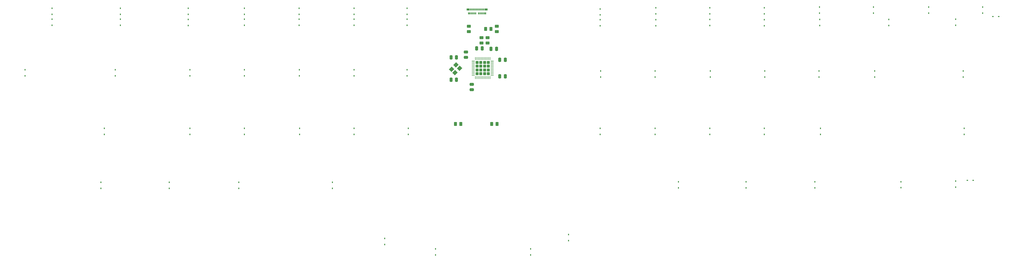
<source format=gbr>
%TF.GenerationSoftware,KiCad,Pcbnew,(6.0.10)*%
%TF.CreationDate,2023-02-07T21:59:56+13:00*%
%TF.ProjectId,orthoCode,6f727468-6f43-46f6-9465-2e6b69636164,rev?*%
%TF.SameCoordinates,Original*%
%TF.FileFunction,Paste,Top*%
%TF.FilePolarity,Positive*%
%FSLAX46Y46*%
G04 Gerber Fmt 4.6, Leading zero omitted, Abs format (unit mm)*
G04 Created by KiCad (PCBNEW (6.0.10)) date 2023-02-07 21:59:56*
%MOMM*%
%LPD*%
G01*
G04 APERTURE LIST*
G04 Aperture macros list*
%AMRoundRect*
0 Rectangle with rounded corners*
0 $1 Rounding radius*
0 $2 $3 $4 $5 $6 $7 $8 $9 X,Y pos of 4 corners*
0 Add a 4 corners polygon primitive as box body*
4,1,4,$2,$3,$4,$5,$6,$7,$8,$9,$2,$3,0*
0 Add four circle primitives for the rounded corners*
1,1,$1+$1,$2,$3*
1,1,$1+$1,$4,$5*
1,1,$1+$1,$6,$7*
1,1,$1+$1,$8,$9*
0 Add four rect primitives between the rounded corners*
20,1,$1+$1,$2,$3,$4,$5,0*
20,1,$1+$1,$4,$5,$6,$7,0*
20,1,$1+$1,$6,$7,$8,$9,0*
20,1,$1+$1,$8,$9,$2,$3,0*%
%AMRotRect*
0 Rectangle, with rotation*
0 The origin of the aperture is its center*
0 $1 length*
0 $2 width*
0 $3 Rotation angle, in degrees counterclockwise*
0 Add horizontal line*
21,1,$1,$2,0,0,$3*%
G04 Aperture macros list end*
%ADD10RotRect,1.400000X1.200000X45.000000*%
%ADD11RoundRect,0.250000X0.250000X0.475000X-0.250000X0.475000X-0.250000X-0.475000X0.250000X-0.475000X0*%
%ADD12R,0.450000X0.600000*%
%ADD13R,0.600000X0.450000*%
%ADD14RoundRect,0.250000X-0.250000X-0.475000X0.250000X-0.475000X0.250000X0.475000X-0.250000X0.475000X0*%
%ADD15RoundRect,0.250000X0.450000X-0.262500X0.450000X0.262500X-0.450000X0.262500X-0.450000X-0.262500X0*%
%ADD16RoundRect,0.250000X0.262500X0.450000X-0.262500X0.450000X-0.262500X-0.450000X0.262500X-0.450000X0*%
%ADD17RoundRect,0.250000X-0.262500X-0.450000X0.262500X-0.450000X0.262500X0.450000X-0.262500X0.450000X0*%
%ADD18R,0.300000X0.700000*%
%ADD19R,1.000000X0.700000*%
%ADD20RoundRect,0.250000X0.475000X-0.250000X0.475000X0.250000X-0.475000X0.250000X-0.475000X-0.250000X0*%
%ADD21RoundRect,0.062500X-0.475000X0.062500X-0.475000X-0.062500X0.475000X-0.062500X0.475000X0.062500X0*%
%ADD22RoundRect,0.062500X-0.062500X0.475000X-0.062500X-0.475000X0.062500X-0.475000X0.062500X0.475000X0*%
%ADD23RoundRect,0.250000X-0.275000X0.275000X-0.275000X-0.275000X0.275000X-0.275000X0.275000X0.275000X0*%
%ADD24RoundRect,0.250000X-0.475000X0.250000X-0.475000X-0.250000X0.475000X-0.250000X0.475000X0.250000X0*%
G04 APERTURE END LIST*
D10*
%TO.C,X1*%
X194723223Y-95578858D03*
X196278858Y-94023223D03*
X195076777Y-92821142D03*
X193521142Y-94376777D03*
%TD*%
D11*
%TO.C,C1*%
X195200000Y-98000000D03*
X193300000Y-98000000D03*
%TD*%
%TO.C,C2*%
X195200000Y-90250000D03*
X193300000Y-90250000D03*
%TD*%
D12*
%TO.C,D1:8*%
X234200000Y-151950000D03*
X234200000Y-154050000D03*
%TD*%
%TO.C,D1:1*%
X71400000Y-133750000D03*
X71400000Y-135850000D03*
%TD*%
%TO.C,D1:2*%
X95200000Y-133750000D03*
X95200000Y-135850000D03*
%TD*%
%TO.C,D1:3*%
X119400000Y-133750000D03*
X119400000Y-135850000D03*
%TD*%
%TO.C,D1:4*%
X152000000Y-133750000D03*
X152000000Y-135850000D03*
%TD*%
%TO.C,D1:5*%
X170200000Y-153350000D03*
X170200000Y-155450000D03*
%TD*%
%TO.C,D1:6*%
X187960000Y-156950000D03*
X187960000Y-159050000D03*
%TD*%
%TO.C,D1:7*%
X221000000Y-156950000D03*
X221000000Y-159050000D03*
%TD*%
%TO.C,D1:9*%
X272500000Y-133570000D03*
X272500000Y-135670000D03*
%TD*%
%TO.C,D1:10*%
X296000000Y-133570000D03*
X296000000Y-135670000D03*
%TD*%
%TO.C,D1:11*%
X320040000Y-133570000D03*
X320040000Y-135670000D03*
%TD*%
%TO.C,D1:12*%
X350000000Y-133550000D03*
X350000000Y-135650000D03*
%TD*%
%TO.C,D1:13*%
X369000000Y-133350000D03*
X369000000Y-135450000D03*
%TD*%
D13*
%TO.C,D1:14*%
X373050000Y-133050000D03*
X375150000Y-133050000D03*
%TD*%
D12*
%TO.C,D2:1*%
X72600000Y-114950000D03*
X72600000Y-117050000D03*
%TD*%
%TO.C,D2:2*%
X102400000Y-114950000D03*
X102400000Y-117050000D03*
%TD*%
%TO.C,D2:3*%
X121400000Y-114950000D03*
X121400000Y-117050000D03*
%TD*%
%TO.C,D2:4*%
X140600000Y-114950000D03*
X140600000Y-117050000D03*
%TD*%
%TO.C,D2:5*%
X159600000Y-114950000D03*
X159600000Y-117050000D03*
%TD*%
%TO.C,D2:6*%
X178400000Y-114950000D03*
X178400000Y-117050000D03*
%TD*%
%TO.C,D2:7*%
X245200000Y-114950000D03*
X245200000Y-117050000D03*
%TD*%
%TO.C,D2:8*%
X264400000Y-114950000D03*
X264400000Y-117050000D03*
%TD*%
%TO.C,D2:9*%
X283400000Y-114950000D03*
X283400000Y-117050000D03*
%TD*%
%TO.C,D2:10*%
X302400000Y-114950000D03*
X302400000Y-117050000D03*
%TD*%
%TO.C,D2:11*%
X321980000Y-114950000D03*
X321980000Y-117050000D03*
%TD*%
%TO.C,D2:13*%
X372000000Y-114950000D03*
X372000000Y-117050000D03*
%TD*%
%TO.C,D3:0*%
X45000000Y-94550000D03*
X45000000Y-96650000D03*
%TD*%
%TO.C,D3:1*%
X76400000Y-94550000D03*
X76400000Y-96650000D03*
%TD*%
%TO.C,D3:2*%
X102420000Y-94550000D03*
X102420000Y-96650000D03*
%TD*%
%TO.C,D3:3*%
X121400000Y-94550000D03*
X121400000Y-96650000D03*
%TD*%
%TO.C,D3:4*%
X140520000Y-94550000D03*
X140520000Y-96650000D03*
%TD*%
%TO.C,D3:5*%
X159600000Y-94550000D03*
X159600000Y-96650000D03*
%TD*%
%TO.C,D3:6*%
X178000000Y-94550000D03*
X178000000Y-96650000D03*
%TD*%
%TO.C,D3:7*%
X245400000Y-94950000D03*
X245400000Y-97050000D03*
%TD*%
%TO.C,D3:8*%
X264400000Y-94950000D03*
X264400000Y-97050000D03*
%TD*%
%TO.C,D3:9*%
X283600000Y-94950000D03*
X283600000Y-97050000D03*
%TD*%
%TO.C,D3:10*%
X302600000Y-94950000D03*
X302600000Y-97050000D03*
%TD*%
%TO.C,D3:11*%
X321400000Y-94950000D03*
X321400000Y-97050000D03*
%TD*%
%TO.C,D3:12*%
X340800000Y-94950000D03*
X340800000Y-97050000D03*
%TD*%
%TO.C,D3:13*%
X371660000Y-95000000D03*
X371660000Y-97100000D03*
%TD*%
%TO.C,D4:0*%
X54400000Y-76950000D03*
X54400000Y-79050000D03*
%TD*%
%TO.C,D4:1*%
X78200000Y-76950000D03*
X78200000Y-79050000D03*
%TD*%
%TO.C,D4:2*%
X101850000Y-77015000D03*
X101850000Y-79115000D03*
%TD*%
%TO.C,D4:3*%
X121400000Y-76950000D03*
X121400000Y-79050000D03*
%TD*%
%TO.C,D4:4*%
X140400000Y-76950000D03*
X140400000Y-79050000D03*
%TD*%
%TO.C,D4:5*%
X159600000Y-76950000D03*
X159600000Y-79050000D03*
%TD*%
%TO.C,D4:6*%
X178000000Y-76950000D03*
X178000000Y-79050000D03*
%TD*%
%TO.C,D4:7*%
X245200000Y-77150000D03*
X245200000Y-79250000D03*
%TD*%
%TO.C,D4:8*%
X264600000Y-77150000D03*
X264600000Y-79250000D03*
%TD*%
%TO.C,D4:9*%
X283400000Y-77015000D03*
X283400000Y-79115000D03*
%TD*%
%TO.C,D4:10*%
X302400000Y-77150000D03*
X302400000Y-79250000D03*
%TD*%
%TO.C,D4:11*%
X321700000Y-77015000D03*
X321700000Y-79115000D03*
%TD*%
%TO.C,D4:12*%
X345700000Y-77015000D03*
X345700000Y-79115000D03*
%TD*%
%TO.C,D4:13*%
X369000000Y-76950000D03*
X369000000Y-79050000D03*
%TD*%
D13*
%TO.C,D4:14*%
X381950000Y-76000000D03*
X384050000Y-76000000D03*
%TD*%
D12*
%TO.C,D5:0*%
X54400000Y-75250000D03*
X54400000Y-73150000D03*
%TD*%
%TO.C,D5:1*%
X78200000Y-75250000D03*
X78200000Y-73150000D03*
%TD*%
%TO.C,D5:2*%
X101800000Y-75250000D03*
X101800000Y-73150000D03*
%TD*%
%TO.C,D5:3*%
X121400000Y-75250000D03*
X121400000Y-73150000D03*
%TD*%
%TO.C,D5:4*%
X140400000Y-75250000D03*
X140400000Y-73150000D03*
%TD*%
%TO.C,D5:5*%
X159600000Y-75250000D03*
X159600000Y-73150000D03*
%TD*%
%TO.C,D5:6*%
X178000000Y-75250000D03*
X178000000Y-73150000D03*
%TD*%
%TO.C,D5:7*%
X245200000Y-75450000D03*
X245200000Y-73350000D03*
%TD*%
%TO.C,D5:8*%
X264600000Y-75050000D03*
X264600000Y-72950000D03*
%TD*%
%TO.C,D5:9*%
X283400000Y-75050000D03*
X283400000Y-72950000D03*
%TD*%
%TO.C,D5:10*%
X302400000Y-75050000D03*
X302400000Y-72950000D03*
%TD*%
%TO.C,D5:11*%
X321600000Y-74850000D03*
X321600000Y-72750000D03*
%TD*%
%TO.C,D5:12*%
X340400000Y-74850000D03*
X340400000Y-72750000D03*
%TD*%
%TO.C,D5:13*%
X359600000Y-74850000D03*
X359600000Y-72750000D03*
%TD*%
%TO.C,D5:14*%
X378400000Y-74850000D03*
X378400000Y-72750000D03*
%TD*%
D14*
%TO.C,C4*%
X210300000Y-91062500D03*
X212200000Y-91062500D03*
%TD*%
%TO.C,C7*%
X207250000Y-87300000D03*
X209150000Y-87300000D03*
%TD*%
%TO.C,C3*%
X210300000Y-96812500D03*
X212200000Y-96812500D03*
%TD*%
D15*
%TO.C,R1*%
X209250000Y-81225000D03*
X209250000Y-79400000D03*
%TD*%
%TO.C,R2*%
X199500000Y-81225000D03*
X199500000Y-79400000D03*
%TD*%
%TO.C,R3*%
X206000000Y-85212500D03*
X206000000Y-83387500D03*
%TD*%
%TO.C,R4*%
X203900000Y-85212500D03*
X203900000Y-83387500D03*
%TD*%
D16*
%TO.C,R5*%
X207212500Y-80300000D03*
X205387500Y-80300000D03*
%TD*%
D17*
%TO.C,R7*%
X194887500Y-113400000D03*
X196712500Y-113400000D03*
%TD*%
D14*
%TO.C,C8*%
X202250000Y-87100000D03*
X204150000Y-87100000D03*
%TD*%
D17*
%TO.C,R8*%
X207487500Y-113400000D03*
X209312500Y-113400000D03*
%TD*%
D18*
%TO.C,USB1*%
X205400000Y-74882500D03*
X204900000Y-74882500D03*
X204400000Y-74882500D03*
X203900000Y-74882500D03*
X203400000Y-74882500D03*
X202900000Y-74882500D03*
X201900000Y-74882500D03*
X201400000Y-74882500D03*
X200900000Y-74882500D03*
X200400000Y-74882500D03*
X199900000Y-74882500D03*
X199400000Y-74882500D03*
D19*
X199300000Y-73582500D03*
D18*
X200150000Y-73582500D03*
X200650000Y-73582500D03*
X201150000Y-73582500D03*
X201650000Y-73582500D03*
X202150000Y-73582500D03*
X202650000Y-73582500D03*
X203150000Y-73582500D03*
X203650000Y-73582500D03*
X204150000Y-73582500D03*
X204650000Y-73582500D03*
D19*
X205500000Y-73582500D03*
%TD*%
D20*
%TO.C,C5*%
X198500000Y-90262500D03*
X198500000Y-88362500D03*
%TD*%
D21*
%TO.C,U2*%
X207687500Y-91462500D03*
X207687500Y-91962500D03*
X207687500Y-92462500D03*
X207687500Y-92962500D03*
X207687500Y-93462500D03*
X207687500Y-93962500D03*
X207687500Y-94462500D03*
X207687500Y-94962500D03*
X207687500Y-95462500D03*
X207687500Y-95962500D03*
X207687500Y-96462500D03*
D22*
X206850000Y-97300000D03*
X206350000Y-97300000D03*
X205850000Y-97300000D03*
X205350000Y-97300000D03*
X204850000Y-97300000D03*
X204350000Y-97300000D03*
X203850000Y-97300000D03*
X203350000Y-97300000D03*
X202850000Y-97300000D03*
X202350000Y-97300000D03*
X201850000Y-97300000D03*
D21*
X201012500Y-96462500D03*
X201012500Y-95962500D03*
X201012500Y-95462500D03*
X201012500Y-94962500D03*
X201012500Y-94462500D03*
X201012500Y-93962500D03*
X201012500Y-93462500D03*
X201012500Y-92962500D03*
X201012500Y-92462500D03*
X201012500Y-91962500D03*
X201012500Y-91462500D03*
D22*
X201850000Y-90625000D03*
X202350000Y-90625000D03*
X202850000Y-90625000D03*
X203350000Y-90625000D03*
X203850000Y-90625000D03*
X204350000Y-90625000D03*
X204850000Y-90625000D03*
X205350000Y-90625000D03*
X205850000Y-90625000D03*
X206350000Y-90625000D03*
X206850000Y-90625000D03*
D23*
X202400000Y-94612500D03*
X206300000Y-92012500D03*
X202400000Y-93312500D03*
X202400000Y-95912500D03*
X205000000Y-95912500D03*
X203700000Y-92012500D03*
X206300000Y-94612500D03*
X203700000Y-93312500D03*
X203700000Y-94612500D03*
X203700000Y-95912500D03*
X205000000Y-93312500D03*
X206300000Y-95912500D03*
X205000000Y-94612500D03*
X205000000Y-92012500D03*
X206300000Y-93312500D03*
X202400000Y-92012500D03*
%TD*%
D24*
%TO.C,C6*%
X200500000Y-99612500D03*
X200500000Y-101512500D03*
%TD*%
M02*

</source>
